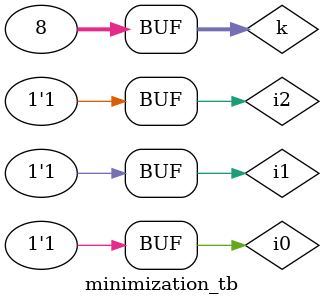
<source format=v>
module minimization(
  input i2,i1,i0,
  output o1,o0
  );
  
  assign o1=(i2&~i1)|(~i0);
  assign o0=(i1&~i2)|(i0)|(~i0&~i2&i1);
  
endmodule

module minimization_tb;
	reg i2,i1,i0;
	wire o1,o0;

	minimization uut(
	 .i2(i2),
	 .i1(i1),
	 .i0(i0),
	 .o1(o1),
	 .o0(o0)
	 );

	integer k;
	initial begin
	  $display("Time\ti2 \ti1\ti0\to1\to0");
		$monitor("%0t\t%b\t%b\t%b\t%b\t%b", $time, i2, i1, i0,o1,o0);
		{i2, i1, i0} = 0;
		for (k = 1; k < 8; k = k + 1)
			#10 {i2, i1, i0} = k;
	end
endmodule
</source>
